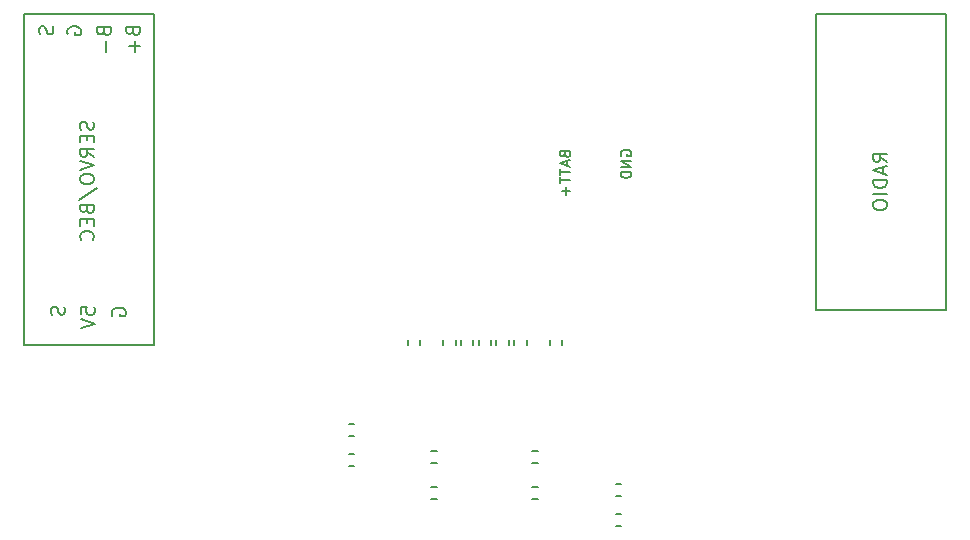
<source format=gbr>
%TF.GenerationSoftware,KiCad,Pcbnew,7.0.2-6a45011f42~172~ubuntu22.04.1*%
%TF.CreationDate,2023-05-30T13:10:43+12:00*%
%TF.ProjectId,THE_BRAWN-20A_LOGIC_FIXTURE,5448455f-4252-4415-974e-2d3230415f4c,v1.0*%
%TF.SameCoordinates,Original*%
%TF.FileFunction,Legend,Bot*%
%TF.FilePolarity,Positive*%
%FSLAX46Y46*%
G04 Gerber Fmt 4.6, Leading zero omitted, Abs format (unit mm)*
G04 Created by KiCad (PCBNEW 7.0.2-6a45011f42~172~ubuntu22.04.1) date 2023-05-30 13:10:43*
%MOMM*%
%LPD*%
G01*
G04 APERTURE LIST*
%ADD10C,0.200000*%
%ADD11C,0.150000*%
G04 APERTURE END LIST*
D10*
X192000000Y-101000000D02*
X192000000Y-129000000D01*
X248000000Y-100999500D02*
X259000000Y-100999500D01*
X248000000Y-125999500D02*
X248000000Y-100999500D01*
X248000000Y-125999500D02*
X259000000Y-125999500D01*
X259000000Y-125999500D02*
X259000000Y-100999500D01*
X181000000Y-101000000D02*
X181000000Y-129000000D01*
X181000000Y-101000000D02*
X192000000Y-101000000D01*
X181000000Y-129000000D02*
X192000000Y-129000000D01*
X254055142Y-113471428D02*
X253483714Y-113071428D01*
X254055142Y-112785714D02*
X252855142Y-112785714D01*
X252855142Y-112785714D02*
X252855142Y-113242857D01*
X252855142Y-113242857D02*
X252912285Y-113357142D01*
X252912285Y-113357142D02*
X252969428Y-113414285D01*
X252969428Y-113414285D02*
X253083714Y-113471428D01*
X253083714Y-113471428D02*
X253255142Y-113471428D01*
X253255142Y-113471428D02*
X253369428Y-113414285D01*
X253369428Y-113414285D02*
X253426571Y-113357142D01*
X253426571Y-113357142D02*
X253483714Y-113242857D01*
X253483714Y-113242857D02*
X253483714Y-112785714D01*
X253712285Y-113928571D02*
X253712285Y-114500000D01*
X254055142Y-113814285D02*
X252855142Y-114214285D01*
X252855142Y-114214285D02*
X254055142Y-114614285D01*
X254055142Y-115014285D02*
X252855142Y-115014285D01*
X252855142Y-115014285D02*
X252855142Y-115299999D01*
X252855142Y-115299999D02*
X252912285Y-115471428D01*
X252912285Y-115471428D02*
X253026571Y-115585713D01*
X253026571Y-115585713D02*
X253140857Y-115642856D01*
X253140857Y-115642856D02*
X253369428Y-115699999D01*
X253369428Y-115699999D02*
X253540857Y-115699999D01*
X253540857Y-115699999D02*
X253769428Y-115642856D01*
X253769428Y-115642856D02*
X253883714Y-115585713D01*
X253883714Y-115585713D02*
X253998000Y-115471428D01*
X253998000Y-115471428D02*
X254055142Y-115299999D01*
X254055142Y-115299999D02*
X254055142Y-115014285D01*
X254055142Y-116214285D02*
X252855142Y-116214285D01*
X252855142Y-117014285D02*
X252855142Y-117242857D01*
X252855142Y-117242857D02*
X252912285Y-117357142D01*
X252912285Y-117357142D02*
X253026571Y-117471428D01*
X253026571Y-117471428D02*
X253255142Y-117528571D01*
X253255142Y-117528571D02*
X253655142Y-117528571D01*
X253655142Y-117528571D02*
X253883714Y-117471428D01*
X253883714Y-117471428D02*
X253998000Y-117357142D01*
X253998000Y-117357142D02*
X254055142Y-117242857D01*
X254055142Y-117242857D02*
X254055142Y-117014285D01*
X254055142Y-117014285D02*
X253998000Y-116900000D01*
X253998000Y-116900000D02*
X253883714Y-116785714D01*
X253883714Y-116785714D02*
X253655142Y-116728571D01*
X253655142Y-116728571D02*
X253255142Y-116728571D01*
X253255142Y-116728571D02*
X253026571Y-116785714D01*
X253026571Y-116785714D02*
X252912285Y-116900000D01*
X252912285Y-116900000D02*
X252855142Y-117014285D01*
X190176571Y-102435714D02*
X190233714Y-102607142D01*
X190233714Y-102607142D02*
X190290857Y-102664285D01*
X190290857Y-102664285D02*
X190405142Y-102721428D01*
X190405142Y-102721428D02*
X190576571Y-102721428D01*
X190576571Y-102721428D02*
X190690857Y-102664285D01*
X190690857Y-102664285D02*
X190748000Y-102607142D01*
X190748000Y-102607142D02*
X190805142Y-102492857D01*
X190805142Y-102492857D02*
X190805142Y-102035714D01*
X190805142Y-102035714D02*
X189605142Y-102035714D01*
X189605142Y-102035714D02*
X189605142Y-102435714D01*
X189605142Y-102435714D02*
X189662285Y-102550000D01*
X189662285Y-102550000D02*
X189719428Y-102607142D01*
X189719428Y-102607142D02*
X189833714Y-102664285D01*
X189833714Y-102664285D02*
X189948000Y-102664285D01*
X189948000Y-102664285D02*
X190062285Y-102607142D01*
X190062285Y-102607142D02*
X190119428Y-102550000D01*
X190119428Y-102550000D02*
X190176571Y-102435714D01*
X190176571Y-102435714D02*
X190176571Y-102035714D01*
X190348000Y-103235714D02*
X190348000Y-104150000D01*
X190805142Y-103692857D02*
X189890857Y-103692857D01*
X188462285Y-126514285D02*
X188405142Y-126400000D01*
X188405142Y-126400000D02*
X188405142Y-126228571D01*
X188405142Y-126228571D02*
X188462285Y-126057142D01*
X188462285Y-126057142D02*
X188576571Y-125942857D01*
X188576571Y-125942857D02*
X188690857Y-125885714D01*
X188690857Y-125885714D02*
X188919428Y-125828571D01*
X188919428Y-125828571D02*
X189090857Y-125828571D01*
X189090857Y-125828571D02*
X189319428Y-125885714D01*
X189319428Y-125885714D02*
X189433714Y-125942857D01*
X189433714Y-125942857D02*
X189548000Y-126057142D01*
X189548000Y-126057142D02*
X189605142Y-126228571D01*
X189605142Y-126228571D02*
X189605142Y-126342857D01*
X189605142Y-126342857D02*
X189548000Y-126514285D01*
X189548000Y-126514285D02*
X189490857Y-126571428D01*
X189490857Y-126571428D02*
X189090857Y-126571428D01*
X189090857Y-126571428D02*
X189090857Y-126342857D01*
D11*
X226744928Y-112857142D02*
X226787785Y-112985714D01*
X226787785Y-112985714D02*
X226830642Y-113028571D01*
X226830642Y-113028571D02*
X226916357Y-113071428D01*
X226916357Y-113071428D02*
X227044928Y-113071428D01*
X227044928Y-113071428D02*
X227130642Y-113028571D01*
X227130642Y-113028571D02*
X227173500Y-112985714D01*
X227173500Y-112985714D02*
X227216357Y-112899999D01*
X227216357Y-112899999D02*
X227216357Y-112557142D01*
X227216357Y-112557142D02*
X226316357Y-112557142D01*
X226316357Y-112557142D02*
X226316357Y-112857142D01*
X226316357Y-112857142D02*
X226359214Y-112942857D01*
X226359214Y-112942857D02*
X226402071Y-112985714D01*
X226402071Y-112985714D02*
X226487785Y-113028571D01*
X226487785Y-113028571D02*
X226573500Y-113028571D01*
X226573500Y-113028571D02*
X226659214Y-112985714D01*
X226659214Y-112985714D02*
X226702071Y-112942857D01*
X226702071Y-112942857D02*
X226744928Y-112857142D01*
X226744928Y-112857142D02*
X226744928Y-112557142D01*
X226959214Y-113414285D02*
X226959214Y-113842857D01*
X227216357Y-113328571D02*
X226316357Y-113628571D01*
X226316357Y-113628571D02*
X227216357Y-113928571D01*
X226316357Y-114100000D02*
X226316357Y-114614286D01*
X227216357Y-114357143D02*
X226316357Y-114357143D01*
X226316357Y-114785714D02*
X226316357Y-115300000D01*
X227216357Y-115042857D02*
X226316357Y-115042857D01*
X226873500Y-115599999D02*
X226873500Y-116285714D01*
X227216357Y-115942856D02*
X226530642Y-115942856D01*
D10*
X187726571Y-102460714D02*
X187783714Y-102632142D01*
X187783714Y-102632142D02*
X187840857Y-102689285D01*
X187840857Y-102689285D02*
X187955142Y-102746428D01*
X187955142Y-102746428D02*
X188126571Y-102746428D01*
X188126571Y-102746428D02*
X188240857Y-102689285D01*
X188240857Y-102689285D02*
X188298000Y-102632142D01*
X188298000Y-102632142D02*
X188355142Y-102517857D01*
X188355142Y-102517857D02*
X188355142Y-102060714D01*
X188355142Y-102060714D02*
X187155142Y-102060714D01*
X187155142Y-102060714D02*
X187155142Y-102460714D01*
X187155142Y-102460714D02*
X187212285Y-102575000D01*
X187212285Y-102575000D02*
X187269428Y-102632142D01*
X187269428Y-102632142D02*
X187383714Y-102689285D01*
X187383714Y-102689285D02*
X187498000Y-102689285D01*
X187498000Y-102689285D02*
X187612285Y-102632142D01*
X187612285Y-102632142D02*
X187669428Y-102575000D01*
X187669428Y-102575000D02*
X187726571Y-102460714D01*
X187726571Y-102460714D02*
X187726571Y-102060714D01*
X187898000Y-103260714D02*
X187898000Y-104175000D01*
X186848000Y-110078571D02*
X186905142Y-110250000D01*
X186905142Y-110250000D02*
X186905142Y-110535714D01*
X186905142Y-110535714D02*
X186848000Y-110650000D01*
X186848000Y-110650000D02*
X186790857Y-110707142D01*
X186790857Y-110707142D02*
X186676571Y-110764285D01*
X186676571Y-110764285D02*
X186562285Y-110764285D01*
X186562285Y-110764285D02*
X186448000Y-110707142D01*
X186448000Y-110707142D02*
X186390857Y-110650000D01*
X186390857Y-110650000D02*
X186333714Y-110535714D01*
X186333714Y-110535714D02*
X186276571Y-110307142D01*
X186276571Y-110307142D02*
X186219428Y-110192857D01*
X186219428Y-110192857D02*
X186162285Y-110135714D01*
X186162285Y-110135714D02*
X186048000Y-110078571D01*
X186048000Y-110078571D02*
X185933714Y-110078571D01*
X185933714Y-110078571D02*
X185819428Y-110135714D01*
X185819428Y-110135714D02*
X185762285Y-110192857D01*
X185762285Y-110192857D02*
X185705142Y-110307142D01*
X185705142Y-110307142D02*
X185705142Y-110592857D01*
X185705142Y-110592857D02*
X185762285Y-110764285D01*
X186276571Y-111278571D02*
X186276571Y-111678571D01*
X186905142Y-111849999D02*
X186905142Y-111278571D01*
X186905142Y-111278571D02*
X185705142Y-111278571D01*
X185705142Y-111278571D02*
X185705142Y-111849999D01*
X186905142Y-113049999D02*
X186333714Y-112649999D01*
X186905142Y-112364285D02*
X185705142Y-112364285D01*
X185705142Y-112364285D02*
X185705142Y-112821428D01*
X185705142Y-112821428D02*
X185762285Y-112935713D01*
X185762285Y-112935713D02*
X185819428Y-112992856D01*
X185819428Y-112992856D02*
X185933714Y-113049999D01*
X185933714Y-113049999D02*
X186105142Y-113049999D01*
X186105142Y-113049999D02*
X186219428Y-112992856D01*
X186219428Y-112992856D02*
X186276571Y-112935713D01*
X186276571Y-112935713D02*
X186333714Y-112821428D01*
X186333714Y-112821428D02*
X186333714Y-112364285D01*
X185705142Y-113392856D02*
X186905142Y-113792856D01*
X186905142Y-113792856D02*
X185705142Y-114192856D01*
X185705142Y-114821427D02*
X185705142Y-115049999D01*
X185705142Y-115049999D02*
X185762285Y-115164284D01*
X185762285Y-115164284D02*
X185876571Y-115278570D01*
X185876571Y-115278570D02*
X186105142Y-115335713D01*
X186105142Y-115335713D02*
X186505142Y-115335713D01*
X186505142Y-115335713D02*
X186733714Y-115278570D01*
X186733714Y-115278570D02*
X186848000Y-115164284D01*
X186848000Y-115164284D02*
X186905142Y-115049999D01*
X186905142Y-115049999D02*
X186905142Y-114821427D01*
X186905142Y-114821427D02*
X186848000Y-114707142D01*
X186848000Y-114707142D02*
X186733714Y-114592856D01*
X186733714Y-114592856D02*
X186505142Y-114535713D01*
X186505142Y-114535713D02*
X186105142Y-114535713D01*
X186105142Y-114535713D02*
X185876571Y-114592856D01*
X185876571Y-114592856D02*
X185762285Y-114707142D01*
X185762285Y-114707142D02*
X185705142Y-114821427D01*
X185648000Y-116707142D02*
X187190857Y-115678570D01*
X186276571Y-117507142D02*
X186333714Y-117678570D01*
X186333714Y-117678570D02*
X186390857Y-117735713D01*
X186390857Y-117735713D02*
X186505142Y-117792856D01*
X186505142Y-117792856D02*
X186676571Y-117792856D01*
X186676571Y-117792856D02*
X186790857Y-117735713D01*
X186790857Y-117735713D02*
X186848000Y-117678570D01*
X186848000Y-117678570D02*
X186905142Y-117564285D01*
X186905142Y-117564285D02*
X186905142Y-117107142D01*
X186905142Y-117107142D02*
X185705142Y-117107142D01*
X185705142Y-117107142D02*
X185705142Y-117507142D01*
X185705142Y-117507142D02*
X185762285Y-117621428D01*
X185762285Y-117621428D02*
X185819428Y-117678570D01*
X185819428Y-117678570D02*
X185933714Y-117735713D01*
X185933714Y-117735713D02*
X186048000Y-117735713D01*
X186048000Y-117735713D02*
X186162285Y-117678570D01*
X186162285Y-117678570D02*
X186219428Y-117621428D01*
X186219428Y-117621428D02*
X186276571Y-117507142D01*
X186276571Y-117507142D02*
X186276571Y-117107142D01*
X186276571Y-118307142D02*
X186276571Y-118707142D01*
X186905142Y-118878570D02*
X186905142Y-118307142D01*
X186905142Y-118307142D02*
X185705142Y-118307142D01*
X185705142Y-118307142D02*
X185705142Y-118878570D01*
X186790857Y-120078570D02*
X186848000Y-120021427D01*
X186848000Y-120021427D02*
X186905142Y-119849999D01*
X186905142Y-119849999D02*
X186905142Y-119735713D01*
X186905142Y-119735713D02*
X186848000Y-119564284D01*
X186848000Y-119564284D02*
X186733714Y-119449999D01*
X186733714Y-119449999D02*
X186619428Y-119392856D01*
X186619428Y-119392856D02*
X186390857Y-119335713D01*
X186390857Y-119335713D02*
X186219428Y-119335713D01*
X186219428Y-119335713D02*
X185990857Y-119392856D01*
X185990857Y-119392856D02*
X185876571Y-119449999D01*
X185876571Y-119449999D02*
X185762285Y-119564284D01*
X185762285Y-119564284D02*
X185705142Y-119735713D01*
X185705142Y-119735713D02*
X185705142Y-119849999D01*
X185705142Y-119849999D02*
X185762285Y-120021427D01*
X185762285Y-120021427D02*
X185819428Y-120078570D01*
X184687285Y-102689285D02*
X184630142Y-102575000D01*
X184630142Y-102575000D02*
X184630142Y-102403571D01*
X184630142Y-102403571D02*
X184687285Y-102232142D01*
X184687285Y-102232142D02*
X184801571Y-102117857D01*
X184801571Y-102117857D02*
X184915857Y-102060714D01*
X184915857Y-102060714D02*
X185144428Y-102003571D01*
X185144428Y-102003571D02*
X185315857Y-102003571D01*
X185315857Y-102003571D02*
X185544428Y-102060714D01*
X185544428Y-102060714D02*
X185658714Y-102117857D01*
X185658714Y-102117857D02*
X185773000Y-102232142D01*
X185773000Y-102232142D02*
X185830142Y-102403571D01*
X185830142Y-102403571D02*
X185830142Y-102517857D01*
X185830142Y-102517857D02*
X185773000Y-102689285D01*
X185773000Y-102689285D02*
X185715857Y-102746428D01*
X185715857Y-102746428D02*
X185315857Y-102746428D01*
X185315857Y-102746428D02*
X185315857Y-102517857D01*
X184398000Y-125753571D02*
X184455142Y-125925000D01*
X184455142Y-125925000D02*
X184455142Y-126210714D01*
X184455142Y-126210714D02*
X184398000Y-126325000D01*
X184398000Y-126325000D02*
X184340857Y-126382142D01*
X184340857Y-126382142D02*
X184226571Y-126439285D01*
X184226571Y-126439285D02*
X184112285Y-126439285D01*
X184112285Y-126439285D02*
X183998000Y-126382142D01*
X183998000Y-126382142D02*
X183940857Y-126325000D01*
X183940857Y-126325000D02*
X183883714Y-126210714D01*
X183883714Y-126210714D02*
X183826571Y-125982142D01*
X183826571Y-125982142D02*
X183769428Y-125867857D01*
X183769428Y-125867857D02*
X183712285Y-125810714D01*
X183712285Y-125810714D02*
X183598000Y-125753571D01*
X183598000Y-125753571D02*
X183483714Y-125753571D01*
X183483714Y-125753571D02*
X183369428Y-125810714D01*
X183369428Y-125810714D02*
X183312285Y-125867857D01*
X183312285Y-125867857D02*
X183255142Y-125982142D01*
X183255142Y-125982142D02*
X183255142Y-126267857D01*
X183255142Y-126267857D02*
X183312285Y-126439285D01*
D11*
X231534214Y-112967857D02*
X231491357Y-112882143D01*
X231491357Y-112882143D02*
X231491357Y-112753571D01*
X231491357Y-112753571D02*
X231534214Y-112625000D01*
X231534214Y-112625000D02*
X231619928Y-112539285D01*
X231619928Y-112539285D02*
X231705642Y-112496428D01*
X231705642Y-112496428D02*
X231877071Y-112453571D01*
X231877071Y-112453571D02*
X232005642Y-112453571D01*
X232005642Y-112453571D02*
X232177071Y-112496428D01*
X232177071Y-112496428D02*
X232262785Y-112539285D01*
X232262785Y-112539285D02*
X232348500Y-112625000D01*
X232348500Y-112625000D02*
X232391357Y-112753571D01*
X232391357Y-112753571D02*
X232391357Y-112839285D01*
X232391357Y-112839285D02*
X232348500Y-112967857D01*
X232348500Y-112967857D02*
X232305642Y-113010714D01*
X232305642Y-113010714D02*
X232005642Y-113010714D01*
X232005642Y-113010714D02*
X232005642Y-112839285D01*
X232391357Y-113396428D02*
X231491357Y-113396428D01*
X231491357Y-113396428D02*
X232391357Y-113910714D01*
X232391357Y-113910714D02*
X231491357Y-113910714D01*
X232391357Y-114339285D02*
X231491357Y-114339285D01*
X231491357Y-114339285D02*
X231491357Y-114553571D01*
X231491357Y-114553571D02*
X231534214Y-114682142D01*
X231534214Y-114682142D02*
X231619928Y-114767857D01*
X231619928Y-114767857D02*
X231705642Y-114810714D01*
X231705642Y-114810714D02*
X231877071Y-114853571D01*
X231877071Y-114853571D02*
X232005642Y-114853571D01*
X232005642Y-114853571D02*
X232177071Y-114810714D01*
X232177071Y-114810714D02*
X232262785Y-114767857D01*
X232262785Y-114767857D02*
X232348500Y-114682142D01*
X232348500Y-114682142D02*
X232391357Y-114553571D01*
X232391357Y-114553571D02*
X232391357Y-114339285D01*
D10*
X185780142Y-126382142D02*
X185780142Y-125810714D01*
X185780142Y-125810714D02*
X186351571Y-125753571D01*
X186351571Y-125753571D02*
X186294428Y-125810714D01*
X186294428Y-125810714D02*
X186237285Y-125925000D01*
X186237285Y-125925000D02*
X186237285Y-126210714D01*
X186237285Y-126210714D02*
X186294428Y-126325000D01*
X186294428Y-126325000D02*
X186351571Y-126382142D01*
X186351571Y-126382142D02*
X186465857Y-126439285D01*
X186465857Y-126439285D02*
X186751571Y-126439285D01*
X186751571Y-126439285D02*
X186865857Y-126382142D01*
X186865857Y-126382142D02*
X186923000Y-126325000D01*
X186923000Y-126325000D02*
X186980142Y-126210714D01*
X186980142Y-126210714D02*
X186980142Y-125925000D01*
X186980142Y-125925000D02*
X186923000Y-125810714D01*
X186923000Y-125810714D02*
X186865857Y-125753571D01*
X185780142Y-126782142D02*
X186980142Y-127182142D01*
X186980142Y-127182142D02*
X185780142Y-127582142D01*
X183398000Y-102003571D02*
X183455142Y-102175000D01*
X183455142Y-102175000D02*
X183455142Y-102460714D01*
X183455142Y-102460714D02*
X183398000Y-102575000D01*
X183398000Y-102575000D02*
X183340857Y-102632142D01*
X183340857Y-102632142D02*
X183226571Y-102689285D01*
X183226571Y-102689285D02*
X183112285Y-102689285D01*
X183112285Y-102689285D02*
X182998000Y-102632142D01*
X182998000Y-102632142D02*
X182940857Y-102575000D01*
X182940857Y-102575000D02*
X182883714Y-102460714D01*
X182883714Y-102460714D02*
X182826571Y-102232142D01*
X182826571Y-102232142D02*
X182769428Y-102117857D01*
X182769428Y-102117857D02*
X182712285Y-102060714D01*
X182712285Y-102060714D02*
X182598000Y-102003571D01*
X182598000Y-102003571D02*
X182483714Y-102003571D01*
X182483714Y-102003571D02*
X182369428Y-102060714D01*
X182369428Y-102060714D02*
X182312285Y-102117857D01*
X182312285Y-102117857D02*
X182255142Y-102232142D01*
X182255142Y-102232142D02*
X182255142Y-102517857D01*
X182255142Y-102517857D02*
X182312285Y-102689285D01*
D11*
%TO.C,R8*%
X219477500Y-129037258D02*
X219477500Y-128562742D01*
X220522500Y-129037258D02*
X220522500Y-128562742D01*
%TO.C,R3*%
X217977500Y-129037258D02*
X217977500Y-128562742D01*
X219022500Y-129037258D02*
X219022500Y-128562742D01*
%TO.C,R14*%
X231062742Y-140757500D02*
X231537258Y-140757500D01*
X231062742Y-141802500D02*
X231537258Y-141802500D01*
%TO.C,R1*%
X208462742Y-135677500D02*
X208937258Y-135677500D01*
X208462742Y-136722500D02*
X208937258Y-136722500D01*
%TO.C,R10*%
X225477500Y-129037258D02*
X225477500Y-128562742D01*
X226522500Y-129037258D02*
X226522500Y-128562742D01*
%TO.C,R11*%
X220977500Y-129037258D02*
X220977500Y-128562742D01*
X222022500Y-129037258D02*
X222022500Y-128562742D01*
%TO.C,R4*%
X213477500Y-129037258D02*
X213477500Y-128562742D01*
X214522500Y-129037258D02*
X214522500Y-128562742D01*
%TO.C,R15*%
X231062742Y-143297500D02*
X231537258Y-143297500D01*
X231062742Y-144342500D02*
X231537258Y-144342500D01*
%TO.C,R7*%
X216477500Y-129037258D02*
X216477500Y-128562742D01*
X217522500Y-129037258D02*
X217522500Y-128562742D01*
%TO.C,R9*%
X222477500Y-129037258D02*
X222477500Y-128562742D01*
X223522500Y-129037258D02*
X223522500Y-128562742D01*
%TO.C,R2*%
X208462742Y-138217500D02*
X208937258Y-138217500D01*
X208462742Y-139262500D02*
X208937258Y-139262500D01*
%TO.C,R12*%
X224012742Y-137977500D02*
X224487258Y-137977500D01*
X224012742Y-139022500D02*
X224487258Y-139022500D01*
%TO.C,R5*%
X215462742Y-137977500D02*
X215937258Y-137977500D01*
X215462742Y-139022500D02*
X215937258Y-139022500D01*
%TO.C,R13*%
X224012742Y-140977500D02*
X224487258Y-140977500D01*
X224012742Y-142022500D02*
X224487258Y-142022500D01*
%TO.C,R6*%
X215462742Y-140977500D02*
X215937258Y-140977500D01*
X215462742Y-142022500D02*
X215937258Y-142022500D01*
%TD*%
M02*

</source>
